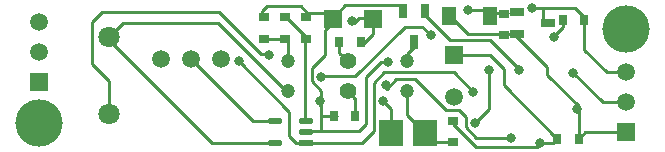
<source format=gtl>
%FSTAX24Y24*%
%MOIN*%
G70*
G01*
G75*
G04 Layer_Physical_Order=1*
G04 Layer_Color=255*
%ADD10R,0.0374X0.0315*%
%ADD11R,0.0807X0.0886*%
%ADD12R,0.0492X0.0630*%
%ADD13R,0.0315X0.0374*%
%ADD14R,0.0472X0.0256*%
%ADD15R,0.0256X0.0472*%
%ADD16R,0.0630X0.0630*%
%ADD17O,0.0472X0.0217*%
%ADD18R,0.0472X0.0217*%
%ADD19C,0.0100*%
%ADD20C,0.0591*%
%ADD21R,0.0591X0.0591*%
%ADD22C,0.0472*%
%ADD23C,0.0551*%
%ADD24C,0.1575*%
%ADD25C,0.0709*%
%ADD26C,0.0320*%
D10*
X245465Y145326D02*
D03*
Y146034D02*
D03*
X243774Y141741D02*
D03*
Y14245D02*
D03*
X23885Y145904D02*
D03*
Y145196D02*
D03*
X23815Y145904D02*
D03*
Y145196D02*
D03*
X23745Y145904D02*
D03*
Y145196D02*
D03*
D11*
X24281Y142056D02*
D03*
X241688D02*
D03*
D12*
X244994Y145944D02*
D03*
X243636D02*
D03*
D13*
X247239Y14185D02*
D03*
X247948D02*
D03*
X247426Y145816D02*
D03*
X248135D02*
D03*
X24068Y145096D02*
D03*
X239972D02*
D03*
X239792Y142606D02*
D03*
X2405D02*
D03*
D14*
X245884Y145352D02*
D03*
Y1461D02*
D03*
X246928Y145726D02*
D03*
D15*
X242082Y146132D02*
D03*
X24283D02*
D03*
X242456Y145087D02*
D03*
D16*
X239749Y145847D02*
D03*
X241087D02*
D03*
D17*
X238844Y14246D02*
D03*
Y142086D02*
D03*
X23781Y14246D02*
D03*
Y141712D02*
D03*
D18*
X238844Y141712D02*
D03*
D19*
X247948Y14185D02*
Y142942D01*
X245806Y145356D02*
X246896Y144266D01*
X244264Y145356D02*
X245806D01*
X247948Y14185D02*
X248175Y142077D01*
X249532D01*
X239376Y142616D02*
X239887D01*
X239365Y142922D02*
Y143468D01*
X247761Y144064D02*
X248747Y143077D01*
X249532D01*
X24636Y14621D02*
X24641D01*
X246758Y145676D02*
Y146183D01*
X248135Y144829D02*
X248887Y144077D01*
X249532D01*
X248135Y144829D02*
Y145816D01*
X249394Y14185D02*
X249532Y141987D01*
X246406Y146206D02*
X24641Y14621D01*
X246732D01*
X243668Y145137D02*
X245002D01*
X24283Y145976D02*
X243668Y145137D01*
X24283Y145976D02*
Y146122D01*
X244954Y144166D02*
Y144246D01*
Y142851D02*
Y144166D01*
X246896Y143994D02*
X247948Y142942D01*
X243034Y145376D02*
X243099Y14531D01*
X243086Y145294D02*
X243099Y145308D01*
X237362Y144684D02*
X237613D01*
X231727Y14576D02*
X232059Y146092D01*
X231727Y14435D02*
Y14576D01*
X232059Y146092D02*
X235955D01*
X231727Y14435D02*
X232288Y143789D01*
X245156Y146066D02*
X245586D01*
X246732Y14621D02*
X24784D01*
X246732D02*
X246758Y146183D01*
X239486Y144667D02*
Y145494D01*
X239749Y145757D01*
X235036Y14452D02*
X237096Y14246D01*
X232288Y145147D02*
Y145235D01*
Y145147D02*
X235723Y141712D01*
X242082Y146132D02*
Y14622D01*
Y146122D02*
Y146132D01*
X239365Y142627D02*
X239376Y142616D01*
X239365Y142627D02*
Y142922D01*
Y142106D02*
Y142627D01*
X24199Y146312D02*
X242082Y14622D01*
X240166Y146312D02*
X24199D01*
X247091Y141702D02*
X247239Y14185D01*
X246669Y141702D02*
X247091D01*
X238679Y146276D02*
X238902Y146052D01*
X237551Y146276D02*
X238679D01*
X2374Y146125D02*
X237551Y146276D01*
X239749Y145895D02*
X240166Y146312D01*
X243782Y14407D02*
X244436Y143416D01*
X241463Y14407D02*
X243782D01*
X246896Y143994D02*
Y144266D01*
X243676Y145944D02*
X244264Y145356D01*
X240495Y14395D02*
X242145Y1456D01*
X242475Y144932D02*
Y144989D01*
X242229Y144686D02*
X242475Y144932D01*
X242229Y144456D02*
Y144686D01*
X237491Y1452D02*
X238263D01*
Y144456D02*
Y1452D01*
X239045Y144227D02*
X239486Y144667D01*
X24025Y143456D02*
X240506Y1432D01*
Y142686D02*
Y1432D01*
X240876Y143912D02*
X241373Y144409D01*
X240876Y142366D02*
Y143912D01*
X240616Y142106D02*
X240876Y142366D01*
X239365Y142106D02*
X240616D01*
X245034Y145944D02*
X245156Y146066D01*
X244493Y142391D02*
X244954Y142851D01*
X245002Y145137D02*
X245954Y144186D01*
X24545Y143639D02*
Y144188D01*
X2438Y144645D02*
X244993D01*
X24545Y144188D01*
X239316Y142971D02*
Y143106D01*
Y142971D02*
X239365Y142922D01*
X244436Y143356D02*
Y143416D01*
X241536Y143557D02*
Y143646D01*
Y143557D02*
X24156Y143533D01*
X240369Y145767D02*
X240408D01*
X240457Y145718D01*
X240635Y145895D01*
X24296Y145376D02*
X243034D01*
X243099Y145308D02*
Y14531D01*
X243086Y145294D02*
X243086D01*
X242735Y1456D02*
X24296Y145376D01*
X246556Y141589D02*
X246669Y141702D01*
X243774Y142352D02*
X244537Y141589D01*
X246556D01*
X244183Y142254D02*
X244538Y141899D01*
X244183Y142254D02*
Y142598D01*
X243959Y142822D02*
X244183Y142598D01*
X243528Y142822D02*
X243959D01*
X242508Y143842D02*
X243528Y142822D01*
X241869Y143842D02*
X242508D01*
X24545Y143639D02*
X247239Y14185D01*
X248135Y145816D02*
Y145915D01*
X24784Y14621D02*
X248135Y145915D01*
X244828Y146151D02*
X245034Y145944D01*
X244267Y146151D02*
X244828D01*
X239355Y143917D02*
X239389Y14395D01*
X240495D01*
X238538Y141712D02*
X238844D01*
X2383Y14195D02*
X238538Y141712D01*
X2383Y14195D02*
Y142767D01*
X236629Y144438D02*
X2383Y142767D01*
X238193Y143456D02*
X238263D01*
X238829Y142475D02*
X238844Y14246D01*
X238829Y142475D02*
Y145271D01*
X235955Y146092D02*
X237362Y144684D01*
X242145Y1456D02*
X242735D01*
X24156Y143533D02*
X241869Y143842D01*
X238185Y145915D02*
X238829Y145271D01*
X238105Y145915D02*
X238185D01*
X2374Y146D02*
Y146125D01*
X235941Y145708D02*
X238193Y143456D01*
X232761Y145708D02*
X235941D01*
X247426Y14557D02*
Y145816D01*
X247131Y145275D02*
X247426Y14557D01*
X247131Y145265D02*
Y145275D01*
X240635Y145895D02*
X241087D01*
X240684Y145048D02*
X240792D01*
X241087Y145344D01*
Y145895D01*
X237096Y14246D02*
X23781D01*
X242229Y142637D02*
Y143456D01*
Y142637D02*
X24281Y142056D01*
X243125Y141741D02*
X243774D01*
X24281Y142056D02*
X243125Y141741D01*
X232288Y145235D02*
X232761Y145708D01*
X235723Y141712D02*
X23781D01*
X232288Y142676D02*
Y143789D01*
X237613Y144645D02*
Y144684D01*
X239975Y144731D02*
X24025Y144456D01*
X239975Y144731D02*
Y145048D01*
X241117Y143724D02*
X241463Y14407D01*
X243774Y142352D02*
Y14245D01*
X244538Y141899D02*
X245694D01*
X238864Y142106D02*
X239365D01*
X238844Y142086D02*
X238864Y142106D01*
X241427Y143113D02*
X241688Y142852D01*
Y142056D02*
Y142852D01*
X238902Y146052D02*
X239591D01*
X239749Y145895D01*
X239045Y143788D02*
X239365Y143468D01*
X239045Y143788D02*
Y144227D01*
X238844Y141712D02*
X240713D01*
X241117Y142115D01*
Y143724D01*
X241373Y144409D02*
X241589D01*
D20*
X249532Y144077D02*
D03*
Y143077D02*
D03*
X229976Y144759D02*
D03*
Y145759D02*
D03*
X2438Y143267D02*
D03*
X235036Y14452D02*
D03*
X234041D02*
D03*
X236031D02*
D03*
D21*
X249532Y142077D02*
D03*
X229976Y143759D02*
D03*
X2438Y144645D02*
D03*
D22*
X242229Y144456D02*
D03*
Y143456D02*
D03*
X238263Y144456D02*
D03*
Y143456D02*
D03*
D23*
X24025Y143456D02*
D03*
Y144456D02*
D03*
D24*
X249532Y145531D02*
D03*
X229976Y142381D02*
D03*
D25*
X232288Y142676D02*
D03*
Y145235D02*
D03*
D26*
X247879Y142836D02*
D03*
X247761Y144064D02*
D03*
X246406Y146206D02*
D03*
X245954Y144166D02*
D03*
X244954D02*
D03*
X239316Y143106D02*
D03*
X244436Y143416D02*
D03*
X241536Y143646D02*
D03*
X240409Y145797D02*
D03*
X243016Y145334D02*
D03*
X247131Y145265D02*
D03*
X246669Y141702D02*
D03*
X236629Y144438D02*
D03*
X239355Y143917D02*
D03*
X237613Y144645D02*
D03*
X245694Y141899D02*
D03*
X244493Y142391D02*
D03*
X241427Y143113D02*
D03*
X244267Y146151D02*
D03*
X241589Y144409D02*
D03*
M02*

</source>
